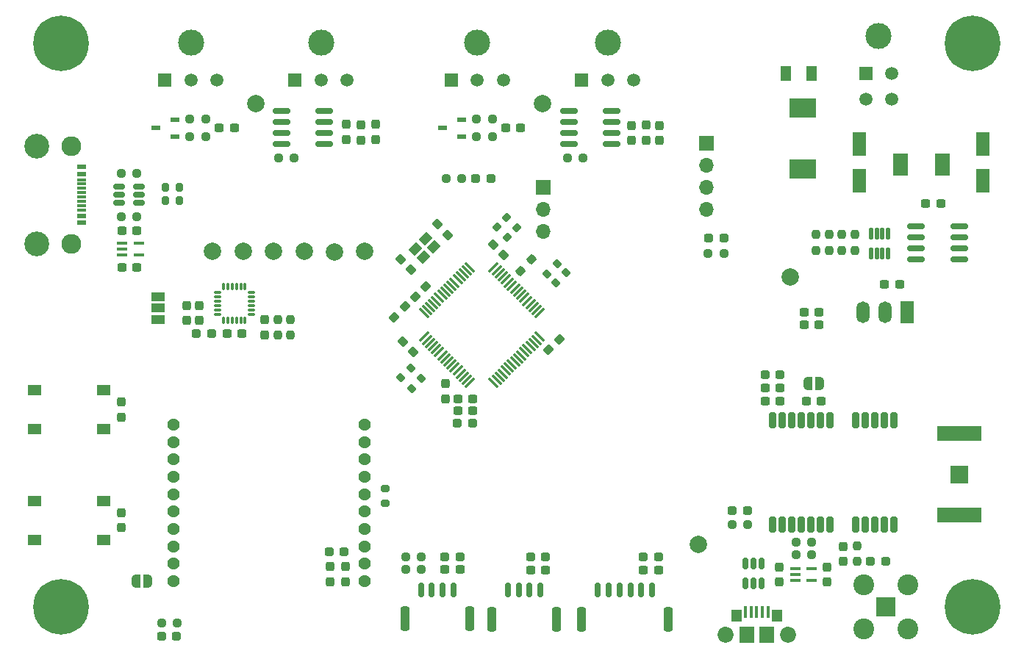
<source format=gbr>
%TF.GenerationSoftware,KiCad,Pcbnew,(7.0.0)*%
%TF.CreationDate,2023-03-06T22:48:15+01:00*%
%TF.ProjectId,RF_module,52465f6d-6f64-4756-9c65-2e6b69636164,1.1*%
%TF.SameCoordinates,Original*%
%TF.FileFunction,Soldermask,Top*%
%TF.FilePolarity,Negative*%
%FSLAX46Y46*%
G04 Gerber Fmt 4.6, Leading zero omitted, Abs format (unit mm)*
G04 Created by KiCad (PCBNEW (7.0.0)) date 2023-03-06 22:48:15*
%MOMM*%
%LPD*%
G01*
G04 APERTURE LIST*
G04 Aperture macros list*
%AMRoundRect*
0 Rectangle with rounded corners*
0 $1 Rounding radius*
0 $2 $3 $4 $5 $6 $7 $8 $9 X,Y pos of 4 corners*
0 Add a 4 corners polygon primitive as box body*
4,1,4,$2,$3,$4,$5,$6,$7,$8,$9,$2,$3,0*
0 Add four circle primitives for the rounded corners*
1,1,$1+$1,$2,$3*
1,1,$1+$1,$4,$5*
1,1,$1+$1,$6,$7*
1,1,$1+$1,$8,$9*
0 Add four rect primitives between the rounded corners*
20,1,$1+$1,$2,$3,$4,$5,0*
20,1,$1+$1,$4,$5,$6,$7,0*
20,1,$1+$1,$6,$7,$8,$9,0*
20,1,$1+$1,$8,$9,$2,$3,0*%
%AMRotRect*
0 Rectangle, with rotation*
0 The origin of the aperture is its center*
0 $1 length*
0 $2 width*
0 $3 Rotation angle, in degrees counterclockwise*
0 Add horizontal line*
21,1,$1,$2,0,0,$3*%
%AMFreePoly0*
4,1,19,0.500000,-0.750000,0.000000,-0.750000,0.000000,-0.744911,-0.071157,-0.744911,-0.207708,-0.704816,-0.327430,-0.627875,-0.420627,-0.520320,-0.479746,-0.390866,-0.500000,-0.250000,-0.500000,0.250000,-0.479746,0.390866,-0.420627,0.520320,-0.327430,0.627875,-0.207708,0.704816,-0.071157,0.744911,0.000000,0.744911,0.000000,0.750000,0.500000,0.750000,0.500000,-0.750000,0.500000,-0.750000,
$1*%
%AMFreePoly1*
4,1,19,0.000000,0.744911,0.071157,0.744911,0.207708,0.704816,0.327430,0.627875,0.420627,0.520320,0.479746,0.390866,0.500000,0.250000,0.500000,-0.250000,0.479746,-0.390866,0.420627,-0.520320,0.327430,-0.627875,0.207708,-0.704816,0.071157,-0.744911,0.000000,-0.744911,0.000000,-0.750000,-0.500000,-0.750000,-0.500000,0.750000,0.000000,0.750000,0.000000,0.744911,0.000000,0.744911,
$1*%
G04 Aperture macros list end*
%ADD10RoundRect,0.237500X-0.250000X-0.237500X0.250000X-0.237500X0.250000X0.237500X-0.250000X0.237500X0*%
%ADD11R,5.100000X1.800000*%
%ADD12R,2.000000X2.000000*%
%ADD13RoundRect,0.237500X-0.237500X0.300000X-0.237500X-0.300000X0.237500X-0.300000X0.237500X0.300000X0*%
%ADD14C,0.800000*%
%ADD15C,6.400000*%
%ADD16RoundRect,0.200000X-0.275000X0.200000X-0.275000X-0.200000X0.275000X-0.200000X0.275000X0.200000X0*%
%ADD17RoundRect,0.237500X0.250000X0.237500X-0.250000X0.237500X-0.250000X-0.237500X0.250000X-0.237500X0*%
%ADD18R,1.050000X0.600000*%
%ADD19RoundRect,0.237500X0.300000X0.237500X-0.300000X0.237500X-0.300000X-0.237500X0.300000X-0.237500X0*%
%ADD20RoundRect,0.075000X-0.075000X0.350000X-0.075000X-0.350000X0.075000X-0.350000X0.075000X0.350000X0*%
%ADD21RoundRect,0.075000X-0.350000X-0.075000X0.350000X-0.075000X0.350000X0.075000X-0.350000X0.075000X0*%
%ADD22RoundRect,0.237500X0.237500X-0.300000X0.237500X0.300000X-0.237500X0.300000X-0.237500X-0.300000X0*%
%ADD23RoundRect,0.237500X-0.300000X-0.237500X0.300000X-0.237500X0.300000X0.237500X-0.300000X0.237500X0*%
%ADD24RoundRect,0.150000X0.150000X0.700000X-0.150000X0.700000X-0.150000X-0.700000X0.150000X-0.700000X0*%
%ADD25RoundRect,0.250000X0.250000X1.150000X-0.250000X1.150000X-0.250000X-1.150000X0.250000X-1.150000X0*%
%ADD26RoundRect,0.237500X0.237500X-0.287500X0.237500X0.287500X-0.237500X0.287500X-0.237500X-0.287500X0*%
%ADD27RoundRect,0.200000X-0.053033X0.335876X-0.335876X0.053033X0.053033X-0.335876X0.335876X-0.053033X0*%
%ADD28FreePoly0,180.000000*%
%ADD29FreePoly1,180.000000*%
%ADD30C,2.000000*%
%ADD31C,1.431000*%
%ADD32RoundRect,0.237500X0.380070X-0.044194X-0.044194X0.380070X-0.380070X0.044194X0.044194X-0.380070X0*%
%ADD33R,0.400000X1.400000*%
%ADD34C,1.850000*%
%ADD35R,1.750000X1.900000*%
%ADD36R,1.150000X1.450000*%
%ADD37R,1.500000X2.500000*%
%ADD38O,1.500000X2.500000*%
%ADD39C,2.999999*%
%ADD40R,1.520000X1.520000*%
%ADD41C,1.520000*%
%ADD42RoundRect,0.237500X0.044194X0.380070X-0.380070X-0.044194X-0.044194X-0.380070X0.380070X0.044194X0*%
%ADD43R,1.800000X2.500000*%
%ADD44RoundRect,0.237500X0.237500X-0.250000X0.237500X0.250000X-0.237500X0.250000X-0.237500X-0.250000X0*%
%ADD45RotRect,1.000000X1.200000X135.000000*%
%ADD46RoundRect,0.237500X-0.237500X0.250000X-0.237500X-0.250000X0.237500X-0.250000X0.237500X0.250000X0*%
%ADD47RoundRect,0.200000X0.200000X-0.700000X0.200000X0.700000X-0.200000X0.700000X-0.200000X-0.700000X0*%
%ADD48RoundRect,0.075000X-0.548008X0.441942X0.441942X-0.548008X0.548008X-0.441942X-0.441942X0.548008X0*%
%ADD49RoundRect,0.075000X-0.548008X-0.441942X-0.441942X-0.548008X0.548008X0.441942X0.441942X0.548008X0*%
%ADD50RoundRect,0.150000X0.825000X0.150000X-0.825000X0.150000X-0.825000X-0.150000X0.825000X-0.150000X0*%
%ADD51RoundRect,0.237500X0.287500X0.237500X-0.287500X0.237500X-0.287500X-0.237500X0.287500X-0.237500X0*%
%ADD52RoundRect,0.150000X0.150000X-0.512500X0.150000X0.512500X-0.150000X0.512500X-0.150000X-0.512500X0*%
%ADD53R,1.550000X1.300000*%
%ADD54C,3.000000*%
%ADD55RoundRect,0.237500X-0.044194X-0.380070X0.380070X0.044194X0.044194X0.380070X-0.380070X-0.044194X0*%
%ADD56RoundRect,0.200000X-0.200000X-0.275000X0.200000X-0.275000X0.200000X0.275000X-0.200000X0.275000X0*%
%ADD57RoundRect,0.237500X-0.035355X-0.371231X0.371231X0.035355X0.035355X0.371231X-0.371231X-0.035355X0*%
%ADD58RoundRect,0.200000X0.053033X-0.335876X0.335876X-0.053033X-0.053033X0.335876X-0.335876X0.053033X0*%
%ADD59RoundRect,0.237500X-0.287500X-0.237500X0.287500X-0.237500X0.287500X0.237500X-0.287500X0.237500X0*%
%ADD60R,1.700000X1.700000*%
%ADD61O,1.700000X1.700000*%
%ADD62R,3.150000X2.200000*%
%ADD63R,1.150000X0.400000*%
%ADD64RoundRect,0.237500X-0.380070X0.044194X0.044194X-0.380070X0.380070X-0.044194X-0.044194X0.380070X0*%
%ADD65R,1.500000X1.000000*%
%ADD66RoundRect,0.125000X-0.125000X0.537500X-0.125000X-0.537500X0.125000X-0.537500X0.125000X0.537500X0*%
%ADD67R,1.200000X1.820000*%
%ADD68RoundRect,0.150000X-0.825000X-0.150000X0.825000X-0.150000X0.825000X0.150000X-0.825000X0.150000X0*%
%ADD69RoundRect,0.200000X0.335876X0.053033X0.053033X0.335876X-0.335876X-0.053033X-0.053033X-0.335876X0*%
%ADD70R,2.250000X2.250000*%
%ADD71C,2.400000*%
%ADD72RoundRect,0.150000X-0.512500X-0.150000X0.512500X-0.150000X0.512500X0.150000X-0.512500X0.150000X0*%
%ADD73R,1.600000X2.800000*%
%ADD74R,1.100000X0.600000*%
%ADD75R,1.100000X0.300000*%
%ADD76C,2.280000*%
%ADD77C,2.850000*%
%ADD78RoundRect,0.237500X0.008839X0.344715X-0.344715X-0.008839X-0.008839X-0.344715X0.344715X0.008839X0*%
G04 APERTURE END LIST*
D10*
%TO.C,R12*%
X50753554Y-97400000D03*
X52578554Y-97400000D03*
%TD*%
D11*
%TO.C,J10*%
X142653553Y-84999999D03*
X142653553Y-75599999D03*
D12*
X142653553Y-80299999D03*
%TD*%
D13*
%TO.C,C11*%
X83500000Y-69875000D03*
X83500000Y-71600000D03*
%TD*%
D14*
%TO.C,H3*%
X36753554Y-95600000D03*
X37456498Y-93902944D03*
X37456498Y-97297056D03*
X39153554Y-93200000D03*
D15*
X39153554Y-95600000D03*
D14*
X39153554Y-98000000D03*
X40850610Y-93902944D03*
X40850610Y-97297056D03*
X41553554Y-95600000D03*
%TD*%
D13*
%TO.C,C42*%
X55153554Y-60850000D03*
X55153554Y-62575000D03*
%TD*%
D16*
%TO.C,R3*%
X76553554Y-81950000D03*
X76553554Y-83600000D03*
%TD*%
D17*
%TO.C,R2*%
X85353554Y-46200000D03*
X83528554Y-46200000D03*
%TD*%
D18*
%TO.C,D5*%
X85353553Y-41349999D03*
X85353553Y-39449999D03*
X83153553Y-40399999D03*
%TD*%
D19*
%TO.C,C81*%
X122016054Y-70350000D03*
X120291054Y-70350000D03*
%TD*%
D20*
%TO.C,U4*%
X60403554Y-58650000D03*
X59903554Y-58650000D03*
X59403554Y-58650000D03*
X58903554Y-58650000D03*
X58403554Y-58650000D03*
X57903554Y-58650000D03*
D21*
X57203554Y-59350000D03*
X57203554Y-59850000D03*
X57203554Y-60350000D03*
X57203554Y-60850000D03*
X57203554Y-61350000D03*
X57203554Y-61850000D03*
D20*
X57903554Y-62550000D03*
X58403554Y-62550000D03*
X58903554Y-62550000D03*
X59403554Y-62550000D03*
X59903554Y-62550000D03*
X60403554Y-62550000D03*
D21*
X61103554Y-61850000D03*
X61103554Y-61350000D03*
X61103554Y-60850000D03*
X61103554Y-60350000D03*
X61103554Y-59850000D03*
X61103554Y-59350000D03*
%TD*%
D19*
%TO.C,C73*%
X135762500Y-58400000D03*
X134037500Y-58400000D03*
%TD*%
D10*
%TO.C,R6*%
X46128554Y-50650000D03*
X47953554Y-50650000D03*
%TD*%
D22*
%TO.C,C5*%
X46153554Y-86462500D03*
X46153554Y-84737500D03*
%TD*%
D23*
%TO.C,C41*%
X58291054Y-64100000D03*
X60016054Y-64100000D03*
%TD*%
D13*
%TO.C,C84*%
X127403554Y-90987500D03*
X127403554Y-92712500D03*
%TD*%
D24*
%TO.C,J4*%
X94403554Y-93650000D03*
X93153554Y-93650000D03*
X91903554Y-93650000D03*
X90653554Y-93650000D03*
D25*
X96253554Y-97000000D03*
X88803554Y-97000000D03*
%TD*%
D26*
%TO.C,FB4*%
X106553554Y-41800000D03*
X106553554Y-40050000D03*
%TD*%
D27*
%TO.C,R13*%
X79520280Y-68033274D03*
X78353554Y-69200000D03*
%TD*%
D28*
%TO.C,JP80*%
X126553554Y-69850000D03*
D29*
X125253554Y-69850000D03*
%TD*%
D22*
%TO.C,C82*%
X129300000Y-90325000D03*
X129300000Y-88600000D03*
%TD*%
D30*
%TO.C,TP4*%
X74153554Y-54600000D03*
%TD*%
D31*
%TO.C,IC1*%
X74153554Y-92600000D03*
X74153554Y-90600000D03*
X74153554Y-88600000D03*
X74153554Y-86600000D03*
X74153554Y-84600000D03*
X74153554Y-82600000D03*
X74153554Y-80600000D03*
X74153554Y-78600000D03*
X74153554Y-76600000D03*
X74153554Y-74600000D03*
X52153554Y-74600000D03*
X52153554Y-76600000D03*
X52153554Y-78600000D03*
X52153554Y-80600000D03*
X52153554Y-82600000D03*
X52153554Y-84600000D03*
X52153554Y-86600000D03*
X52153554Y-88600000D03*
X52153554Y-90600000D03*
X52153554Y-92600000D03*
%TD*%
D10*
%TO.C,R8*%
X78887500Y-91300000D03*
X80712500Y-91300000D03*
%TD*%
D32*
%TO.C,C3*%
X79763434Y-66209880D03*
X78543674Y-64990120D03*
%TD*%
D33*
%TO.C,J9*%
X118028553Y-96179999D03*
X118678553Y-96179999D03*
X119328553Y-96179999D03*
X119978553Y-96179999D03*
X120628553Y-96179999D03*
D34*
X115753554Y-98830000D03*
X122903554Y-98830000D03*
D35*
X118203553Y-98829999D03*
X120453553Y-98829999D03*
D36*
X117008553Y-96599999D03*
X121648553Y-96599999D03*
%TD*%
D13*
%TO.C,C44*%
X53653554Y-60850000D03*
X53653554Y-62575000D03*
%TD*%
D37*
%TO.C,U7*%
X136653553Y-61599999D03*
D38*
X134113553Y-61599999D03*
X131573553Y-61599999D03*
%TD*%
D10*
%TO.C,R102*%
X123828554Y-89600000D03*
X125653554Y-89600000D03*
%TD*%
D39*
%TO.C,J91*%
X87153553Y-30530001D03*
D40*
X84153553Y-34849999D03*
D41*
X87153553Y-34850000D03*
X90153552Y-34850000D03*
%TD*%
D10*
%TO.C,R33*%
X97491054Y-43850000D03*
X99316054Y-43850000D03*
%TD*%
D42*
%TO.C,C2*%
X96588434Y-64740120D03*
X95368674Y-65959880D03*
%TD*%
D23*
%TO.C,C13*%
X83416054Y-91300000D03*
X85141054Y-91300000D03*
%TD*%
D19*
%TO.C,C7*%
X86625000Y-73000000D03*
X84900000Y-73000000D03*
%TD*%
D43*
%TO.C,L1*%
X135903553Y-44599999D03*
X140703553Y-44599999D03*
%TD*%
D10*
%TO.C,R5*%
X46128554Y-45600000D03*
X47953554Y-45600000D03*
%TD*%
D44*
%TO.C,R42*%
X65653554Y-64262500D03*
X65653554Y-62437500D03*
%TD*%
D45*
%TO.C,Y1*%
X80897792Y-55269238D03*
X82099873Y-54067157D03*
X81180634Y-53147918D03*
X79978553Y-54349999D03*
%TD*%
D46*
%TO.C,R64*%
X126153554Y-52687500D03*
X126153554Y-54512500D03*
%TD*%
D26*
%TO.C,FB3*%
X73753554Y-41800000D03*
X73753554Y-40050000D03*
%TD*%
D47*
%TO.C,U8*%
X121153554Y-86100000D03*
X122253554Y-86100000D03*
X123353554Y-86100000D03*
X124453554Y-86100000D03*
X125553554Y-86100000D03*
X126653554Y-86100000D03*
X127753554Y-86100000D03*
X130753554Y-86100000D03*
X131853554Y-86100000D03*
X132953554Y-86100000D03*
X134053554Y-86100000D03*
X135153554Y-86100000D03*
X135153554Y-74100000D03*
X134053554Y-74100000D03*
X132953554Y-74100000D03*
X131853554Y-74100000D03*
X130753554Y-74100000D03*
X127753554Y-74100000D03*
X126653554Y-74100000D03*
X125553554Y-74100000D03*
X124453554Y-74100000D03*
X123353554Y-74100000D03*
X122253554Y-74100000D03*
X121153554Y-74100000D03*
%TD*%
D48*
%TO.C,U1*%
X86292373Y-56435519D03*
X85938820Y-56789072D03*
X85585267Y-57142625D03*
X85231713Y-57496179D03*
X84878160Y-57849732D03*
X84524606Y-58203286D03*
X84171053Y-58556839D03*
X83817500Y-58910392D03*
X83463946Y-59263946D03*
X83110393Y-59617499D03*
X82756840Y-59971052D03*
X82403286Y-60324606D03*
X82049733Y-60678159D03*
X81696179Y-61031713D03*
X81342626Y-61385266D03*
X80989073Y-61738819D03*
D49*
X80989073Y-64461181D03*
X81342626Y-64814734D03*
X81696179Y-65168287D03*
X82049733Y-65521841D03*
X82403286Y-65875394D03*
X82756840Y-66228948D03*
X83110393Y-66582501D03*
X83463946Y-66936054D03*
X83817500Y-67289608D03*
X84171053Y-67643161D03*
X84524606Y-67996714D03*
X84878160Y-68350268D03*
X85231713Y-68703821D03*
X85585267Y-69057375D03*
X85938820Y-69410928D03*
X86292373Y-69764481D03*
D48*
X89014735Y-69764481D03*
X89368288Y-69410928D03*
X89721841Y-69057375D03*
X90075395Y-68703821D03*
X90428948Y-68350268D03*
X90782502Y-67996714D03*
X91136055Y-67643161D03*
X91489608Y-67289608D03*
X91843162Y-66936054D03*
X92196715Y-66582501D03*
X92550268Y-66228948D03*
X92903822Y-65875394D03*
X93257375Y-65521841D03*
X93610929Y-65168287D03*
X93964482Y-64814734D03*
X94318035Y-64461181D03*
D49*
X94318035Y-61738819D03*
X93964482Y-61385266D03*
X93610929Y-61031713D03*
X93257375Y-60678159D03*
X92903822Y-60324606D03*
X92550268Y-59971052D03*
X92196715Y-59617499D03*
X91843162Y-59263946D03*
X91489608Y-58910392D03*
X91136055Y-58556839D03*
X90782502Y-58203286D03*
X90428948Y-57849732D03*
X90075395Y-57496179D03*
X89721841Y-57142625D03*
X89368288Y-56789072D03*
X89014735Y-56435519D03*
%TD*%
D19*
%TO.C,C71*%
X126516054Y-61600000D03*
X124791054Y-61600000D03*
%TD*%
D50*
%TO.C,U2*%
X69541054Y-42255000D03*
X69541054Y-40985000D03*
X69541054Y-39715000D03*
X69541054Y-38445000D03*
X64591054Y-38445000D03*
X64591054Y-39715000D03*
X64591054Y-40985000D03*
X64591054Y-42255000D03*
%TD*%
D14*
%TO.C,H1*%
X36753554Y-30600000D03*
X37456498Y-28902944D03*
X37456498Y-32297056D03*
X39153554Y-28200000D03*
D15*
X39153554Y-30600000D03*
D14*
X39153554Y-33000000D03*
X40850610Y-28902944D03*
X40850610Y-32297056D03*
X41553554Y-30600000D03*
%TD*%
D23*
%TO.C,C33*%
X90403554Y-40350000D03*
X92128554Y-40350000D03*
%TD*%
D30*
%TO.C,TP2*%
X67200000Y-54600000D03*
%TD*%
D51*
%TO.C,FB5*%
X56528554Y-64100000D03*
X54778554Y-64100000D03*
%TD*%
D30*
%TO.C,TP41*%
X60153554Y-54600000D03*
%TD*%
D52*
%TO.C,U9*%
X118003554Y-92875000D03*
X118953554Y-92875000D03*
X119903554Y-92875000D03*
X119903554Y-90600000D03*
X118953554Y-90600000D03*
X118003554Y-90600000D03*
%TD*%
D53*
%TO.C,SW1*%
X36178553Y-70599999D03*
X44128553Y-70599999D03*
X36178553Y-75099999D03*
X44128553Y-75099999D03*
%TD*%
D54*
%TO.C,J7*%
X133375304Y-29785400D03*
D40*
X131875303Y-34105399D03*
D41*
X134875304Y-34105400D03*
X131875304Y-37105400D03*
X134875304Y-37105400D03*
%TD*%
D55*
%TO.C,C8*%
X79983794Y-59869760D03*
X81203554Y-58650000D03*
%TD*%
D51*
%TO.C,D1*%
X115528554Y-53100000D03*
X113778554Y-53100000D03*
%TD*%
D28*
%TO.C,JP2*%
X49153554Y-92600000D03*
D29*
X47853554Y-92600000D03*
%TD*%
D19*
%TO.C,C60*%
X140516054Y-49100000D03*
X138791054Y-49100000D03*
%TD*%
D13*
%TO.C,C31*%
X104903554Y-40112500D03*
X104903554Y-41837500D03*
%TD*%
D30*
%TO.C,TP3*%
X63653554Y-54600000D03*
%TD*%
D56*
%TO.C,R18*%
X51200000Y-48800000D03*
X52850000Y-48800000D03*
%TD*%
D51*
%TO.C,D3*%
X118253554Y-84500000D03*
X116503554Y-84500000D03*
%TD*%
D27*
%TO.C,R4*%
X80720280Y-69233274D03*
X79553554Y-70400000D03*
%TD*%
D14*
%TO.C,H4*%
X141753554Y-95600000D03*
X142456498Y-93902944D03*
X142456498Y-97297056D03*
X144153554Y-93200000D03*
D15*
X144153554Y-95600000D03*
D14*
X144153554Y-98000000D03*
X145850610Y-93902944D03*
X145850610Y-97297056D03*
X146553554Y-95600000D03*
%TD*%
D57*
%TO.C,FB2*%
X77553554Y-62200000D03*
X78790990Y-60962564D03*
%TD*%
D32*
%TO.C,C9*%
X79513434Y-56709880D03*
X78293674Y-55490120D03*
%TD*%
D56*
%TO.C,R17*%
X51200000Y-47200000D03*
X52850000Y-47200000D03*
%TD*%
D14*
%TO.C,H2*%
X141753554Y-30600000D03*
X142456498Y-28902944D03*
X142456498Y-32297056D03*
X144153554Y-28200000D03*
D15*
X144153554Y-30600000D03*
D14*
X144153554Y-33000000D03*
X145850610Y-28902944D03*
X145850610Y-32297056D03*
X146553554Y-30600000D03*
%TD*%
D10*
%TO.C,R32*%
X87053554Y-41350000D03*
X88878554Y-41350000D03*
%TD*%
D58*
%TO.C,R19*%
X95153554Y-57200000D03*
X96320280Y-56033274D03*
%TD*%
D30*
%TO.C,TP7*%
X112600000Y-88400000D03*
%TD*%
D59*
%TO.C,FB1*%
X84825000Y-74400000D03*
X86575000Y-74400000D03*
%TD*%
D44*
%TO.C,R61*%
X130653554Y-54512500D03*
X130653554Y-52687500D03*
%TD*%
D39*
%TO.C,J81*%
X54153553Y-30530001D03*
D40*
X51153553Y-34849999D03*
D41*
X54153553Y-34850000D03*
X57153552Y-34850000D03*
%TD*%
D60*
%TO.C,J1*%
X113553553Y-42119999D03*
D61*
X113553553Y-44659999D03*
X113553553Y-47199999D03*
X113553553Y-49739999D03*
%TD*%
D23*
%TO.C,C14*%
X106291054Y-91350000D03*
X108016054Y-91350000D03*
%TD*%
D10*
%TO.C,R7*%
X78866054Y-89800000D03*
X80691054Y-89800000D03*
%TD*%
D46*
%TO.C,R80*%
X130900000Y-88525000D03*
X130900000Y-90350000D03*
%TD*%
D13*
%TO.C,C21*%
X72066054Y-39987500D03*
X72066054Y-41712500D03*
%TD*%
D19*
%TO.C,C72*%
X126525000Y-63100000D03*
X124800000Y-63100000D03*
%TD*%
D23*
%TO.C,C30*%
X46228554Y-52200000D03*
X47953554Y-52200000D03*
%TD*%
D60*
%TO.C,J2*%
X94753553Y-47274999D03*
D61*
X94753553Y-49814999D03*
X94753553Y-52354999D03*
%TD*%
D10*
%TO.C,R22*%
X54028554Y-41350000D03*
X55853554Y-41350000D03*
%TD*%
D50*
%TO.C,U3*%
X102628554Y-42255000D03*
X102628554Y-40985000D03*
X102628554Y-39715000D03*
X102628554Y-38445000D03*
X97678554Y-38445000D03*
X97678554Y-39715000D03*
X97678554Y-40985000D03*
X97678554Y-42255000D03*
%TD*%
D23*
%TO.C,C12*%
X93291054Y-91350000D03*
X95016054Y-91350000D03*
%TD*%
D13*
%TO.C,C43*%
X62653554Y-62487500D03*
X62653554Y-64212500D03*
%TD*%
D62*
%TO.C,D7*%
X124653553Y-45099999D03*
X124653553Y-38099999D03*
%TD*%
D63*
%TO.C,PS1*%
X123753553Y-91199999D03*
X123753553Y-91849999D03*
X123753553Y-92499999D03*
X125653553Y-92499999D03*
X125653553Y-91199999D03*
%TD*%
D23*
%TO.C,C23*%
X57441054Y-40350000D03*
X59166054Y-40350000D03*
%TD*%
D17*
%TO.C,R1*%
X115566054Y-54850000D03*
X113741054Y-54850000D03*
%TD*%
%TO.C,R82*%
X118312500Y-86100000D03*
X116487500Y-86100000D03*
%TD*%
D59*
%TO.C,D2*%
X86953554Y-46200000D03*
X88703554Y-46200000D03*
%TD*%
D13*
%TO.C,C83*%
X121903554Y-90987500D03*
X121903554Y-92712500D03*
%TD*%
D51*
%TO.C,FB6*%
X71828554Y-89200000D03*
X70078554Y-89200000D03*
%TD*%
D30*
%TO.C,TP42*%
X56653554Y-54600000D03*
%TD*%
D53*
%TO.C,SW2*%
X36178553Y-83349999D03*
X44128553Y-83349999D03*
X36178553Y-87849999D03*
X44128553Y-87849999D03*
%TD*%
D13*
%TO.C,C22*%
X75403554Y-39987500D03*
X75403554Y-41712500D03*
%TD*%
D22*
%TO.C,C4*%
X46153554Y-73712500D03*
X46153554Y-71987500D03*
%TD*%
D64*
%TO.C,C10*%
X82543674Y-51490120D03*
X83763434Y-52709880D03*
%TD*%
D58*
%TO.C,R20*%
X96153554Y-58200000D03*
X97320280Y-57033274D03*
%TD*%
D44*
%TO.C,R41*%
X64153554Y-64262500D03*
X64153554Y-62437500D03*
%TD*%
D65*
%TO.C,JP1*%
X50403553Y-62449999D03*
X50403553Y-61149999D03*
X50403553Y-59849999D03*
%TD*%
D46*
%TO.C,R62*%
X129153554Y-52687500D03*
X129153554Y-54512500D03*
%TD*%
D30*
%TO.C,TP31*%
X94653554Y-37600000D03*
%TD*%
D66*
%TO.C,U6*%
X134453554Y-52600000D03*
X133803554Y-52600000D03*
X133153554Y-52600000D03*
X132503554Y-52600000D03*
X132503554Y-54875000D03*
X133153554Y-54875000D03*
X133803554Y-54875000D03*
X134453554Y-54875000D03*
%TD*%
D59*
%TO.C,FB10*%
X106278554Y-89850000D03*
X108028554Y-89850000D03*
%TD*%
D23*
%TO.C,C85*%
X125041054Y-71850000D03*
X126766054Y-71850000D03*
%TD*%
D10*
%TO.C,R23*%
X64241054Y-43850000D03*
X66066054Y-43850000D03*
%TD*%
D30*
%TO.C,TP21*%
X61653554Y-37600000D03*
%TD*%
D63*
%TO.C,PS2*%
X46253553Y-53699999D03*
X46253553Y-54349999D03*
X46253553Y-54999999D03*
X48153553Y-54999999D03*
X48153553Y-53699999D03*
%TD*%
D39*
%TO.C,J82*%
X69153553Y-30530001D03*
D40*
X66153553Y-34849999D03*
D41*
X69153553Y-34850000D03*
X72153552Y-34850000D03*
%TD*%
D24*
%TO.C,J5*%
X84403554Y-93600000D03*
X83153554Y-93600000D03*
X81903554Y-93600000D03*
X80653554Y-93600000D03*
D25*
X86253554Y-96950000D03*
X78803554Y-96950000D03*
%TD*%
D67*
%TO.C,F1*%
X125658553Y-34099999D03*
X122648553Y-34099999D03*
%TD*%
D10*
%TO.C,R31*%
X87053554Y-39350000D03*
X88878554Y-39350000D03*
%TD*%
D22*
%TO.C,C18*%
X70153554Y-92662500D03*
X70153554Y-90937500D03*
%TD*%
D59*
%TO.C,D6*%
X50753554Y-99000000D03*
X52503554Y-99000000D03*
%TD*%
D68*
%TO.C,Q1*%
X137678554Y-51695000D03*
X137678554Y-52965000D03*
X137678554Y-54235000D03*
X137678554Y-55505000D03*
X142628554Y-55505000D03*
X142628554Y-54235000D03*
X142628554Y-52965000D03*
X142628554Y-51695000D03*
%TD*%
D59*
%TO.C,FB9*%
X83403554Y-89800000D03*
X85153554Y-89800000D03*
%TD*%
D24*
%TO.C,J6*%
X107278554Y-93650000D03*
X106028554Y-93650000D03*
X104778554Y-93650000D03*
X103528554Y-93650000D03*
X102278554Y-93650000D03*
X101028554Y-93650000D03*
D25*
X109128554Y-97000000D03*
X99178554Y-97000000D03*
%TD*%
D19*
%TO.C,C1*%
X86625000Y-71600000D03*
X84900000Y-71600000D03*
%TD*%
D69*
%TO.C,R25*%
X90553554Y-53000000D03*
X89386828Y-51833274D03*
%TD*%
D30*
%TO.C,TP1*%
X123153554Y-57600000D03*
%TD*%
D59*
%TO.C,FB7*%
X120278554Y-68850000D03*
X122028554Y-68850000D03*
%TD*%
D70*
%TO.C,J8*%
X134153553Y-95599999D03*
D71*
X136693554Y-93060000D03*
X131613554Y-93060000D03*
X136693554Y-98140000D03*
X131613554Y-98140000D03*
%TD*%
D72*
%TO.C,U5*%
X45903554Y-47150000D03*
X45903554Y-48100000D03*
X45903554Y-49050000D03*
X48178554Y-49050000D03*
X48178554Y-48100000D03*
X48178554Y-47150000D03*
%TD*%
D46*
%TO.C,R63*%
X127653554Y-52687500D03*
X127653554Y-54512500D03*
%TD*%
D73*
%TO.C,C61*%
X145403553Y-46499999D03*
X145403553Y-42199999D03*
%TD*%
D30*
%TO.C,TP234*%
X70653554Y-54650000D03*
%TD*%
D13*
%TO.C,C32*%
X108153554Y-40112500D03*
X108153554Y-41837500D03*
%TD*%
D74*
%TO.C,J3*%
X41553553Y-44899999D03*
X41553553Y-45699999D03*
D75*
X41553553Y-46849999D03*
X41553553Y-47849999D03*
X41553553Y-48349999D03*
X41553553Y-49349999D03*
D74*
X41553553Y-50499999D03*
X41553553Y-51299999D03*
D75*
X41553553Y-49849999D03*
X41553553Y-48849999D03*
X41553553Y-47349999D03*
X41553553Y-46349999D03*
D76*
X40403554Y-42480000D03*
D77*
X36403554Y-42480000D03*
D76*
X40403554Y-53720000D03*
D77*
X36403554Y-53720000D03*
%TD*%
D39*
%TO.C,J92*%
X102153553Y-30530001D03*
D40*
X99153553Y-34849999D03*
D41*
X102153553Y-34850000D03*
X105153552Y-34850000D03*
%TD*%
D69*
%TO.C,R24*%
X91683363Y-51883363D03*
X90516637Y-50716637D03*
%TD*%
D22*
%TO.C,C19*%
X71953554Y-92662500D03*
X71953554Y-90937500D03*
%TD*%
D64*
%TO.C,C6*%
X88953554Y-53800000D03*
X90173314Y-55019760D03*
%TD*%
D73*
%TO.C,C62*%
X131153553Y-46499999D03*
X131153553Y-42199999D03*
%TD*%
D18*
%TO.C,D4*%
X52353553Y-41349999D03*
X52353553Y-39449999D03*
X50153553Y-40399999D03*
%TD*%
D78*
%TO.C,R9*%
X93398789Y-55554765D03*
X92108319Y-56845235D03*
%TD*%
D59*
%TO.C,FB8*%
X93278554Y-89850000D03*
X95028554Y-89850000D03*
%TD*%
D19*
%TO.C,C34*%
X47953554Y-56500000D03*
X46228554Y-56500000D03*
%TD*%
D10*
%TO.C,R21*%
X54028554Y-39350000D03*
X55853554Y-39350000D03*
%TD*%
%TO.C,R101*%
X123828554Y-88100000D03*
X125653554Y-88100000D03*
%TD*%
D59*
%TO.C,L2*%
X132403554Y-90350000D03*
X134153554Y-90350000D03*
%TD*%
D19*
%TO.C,C80*%
X122016054Y-71850000D03*
X120291054Y-71850000D03*
%TD*%
M02*

</source>
